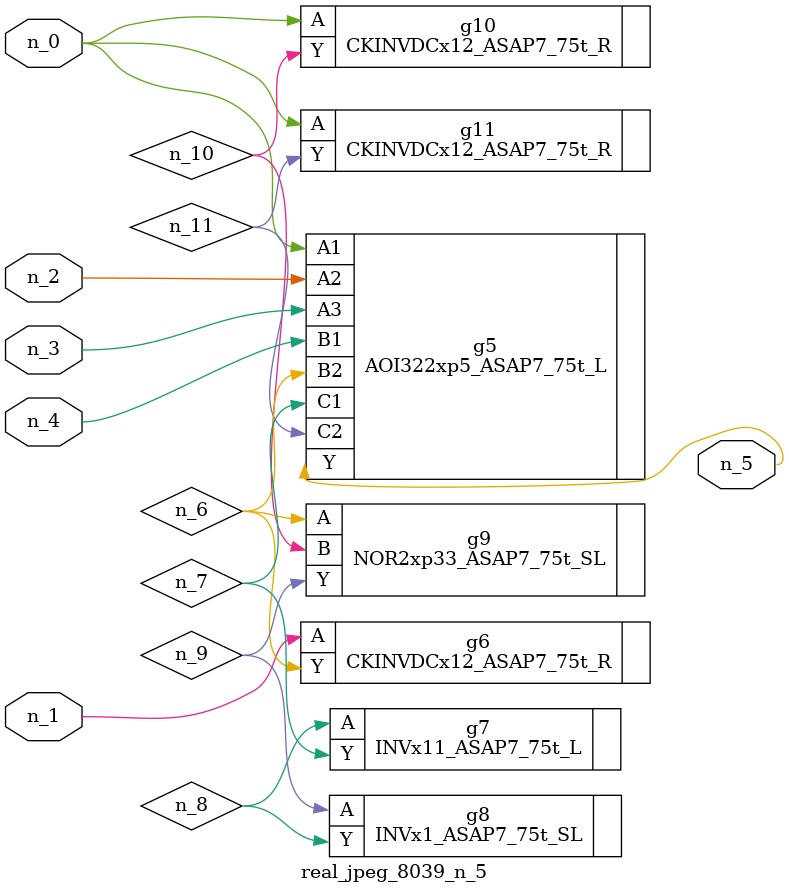
<source format=v>
module real_jpeg_8039_n_5 (n_4, n_0, n_1, n_2, n_3, n_5);

input n_4;
input n_0;
input n_1;
input n_2;
input n_3;

output n_5;

wire n_8;
wire n_11;
wire n_6;
wire n_7;
wire n_10;
wire n_9;

AOI322xp5_ASAP7_75t_L g5 ( 
.A1(n_0),
.A2(n_2),
.A3(n_3),
.B1(n_4),
.B2(n_6),
.C1(n_7),
.C2(n_11),
.Y(n_5)
);

CKINVDCx12_ASAP7_75t_R g10 ( 
.A(n_0),
.Y(n_10)
);

CKINVDCx12_ASAP7_75t_R g11 ( 
.A(n_0),
.Y(n_11)
);

CKINVDCx12_ASAP7_75t_R g6 ( 
.A(n_1),
.Y(n_6)
);

NOR2xp33_ASAP7_75t_SL g9 ( 
.A(n_6),
.B(n_10),
.Y(n_9)
);

INVx11_ASAP7_75t_L g7 ( 
.A(n_8),
.Y(n_7)
);

INVx1_ASAP7_75t_SL g8 ( 
.A(n_9),
.Y(n_8)
);


endmodule
</source>
